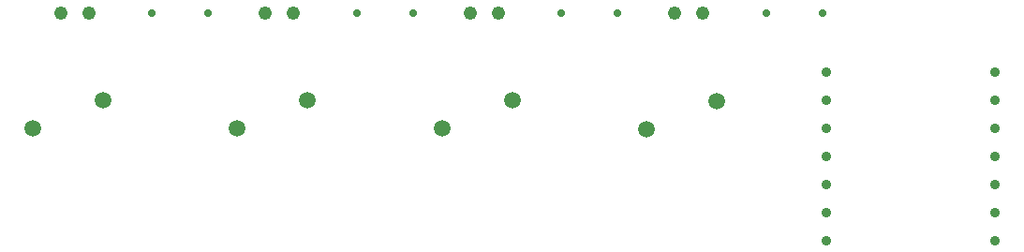
<source format=gbr>
%TF.GenerationSoftware,KiCad,Pcbnew,9.0.6*%
%TF.CreationDate,2025-11-15T14:14:15+00:00*%
%TF.ProjectId,keyfrick,6b657966-7269-4636-9b2e-6b696361645f,rev?*%
%TF.SameCoordinates,Original*%
%TF.FileFunction,Plated,1,2,PTH,Drill*%
%TF.FilePolarity,Positive*%
%FSLAX46Y46*%
G04 Gerber Fmt 4.6, Leading zero omitted, Abs format (unit mm)*
G04 Created by KiCad (PCBNEW 9.0.6) date 2025-11-15 14:14:15*
%MOMM*%
%LPD*%
G01*
G04 APERTURE LIST*
%TA.AperFunction,ComponentDrill*%
%ADD10C,0.700000*%
%TD*%
%TA.AperFunction,ComponentDrill*%
%ADD11C,0.889000*%
%TD*%
%TA.AperFunction,ComponentDrill*%
%ADD12C,1.210000*%
%TD*%
%TA.AperFunction,ComponentDrill*%
%ADD13C,1.500000*%
%TD*%
G04 APERTURE END LIST*
D10*
%TO.C,R1*%
X111460000Y-47000000D03*
X116540000Y-47000000D03*
%TO.C,R2*%
X129960000Y-47000000D03*
X135040000Y-47000000D03*
%TO.C,R3*%
X148460000Y-47000000D03*
X153540000Y-47000000D03*
%TO.C,R4*%
X166960000Y-47000000D03*
X172040000Y-47000000D03*
D11*
%TO.C,U1*%
X172380000Y-52380000D03*
X172380000Y-54920000D03*
X172380000Y-57460000D03*
X172380000Y-60000000D03*
X172380000Y-62540000D03*
X172380000Y-65080000D03*
X172380000Y-67620000D03*
X187620000Y-52380000D03*
X187620000Y-54920000D03*
X187620000Y-57460000D03*
X187620000Y-60000000D03*
X187620000Y-62540000D03*
X187620000Y-65080000D03*
X187620000Y-67620000D03*
D12*
%TO.C,D1*%
X103230000Y-47000000D03*
X105770000Y-47000000D03*
%TO.C,D2*%
X121730000Y-47000000D03*
X124270000Y-47000000D03*
%TO.C,D3*%
X140230000Y-47000000D03*
X142770000Y-47000000D03*
%TO.C,D4*%
X158730000Y-47000000D03*
X161270000Y-47000000D03*
D13*
%TO.C,SW1*%
X100690000Y-57460000D03*
X107040000Y-54920000D03*
%TO.C,SW2*%
X119190000Y-57460000D03*
X125540000Y-54920000D03*
%TO.C,SW3*%
X137690000Y-57460000D03*
X144040000Y-54920000D03*
%TO.C,SW4*%
X156190000Y-57500000D03*
X162540000Y-54960000D03*
M02*

</source>
